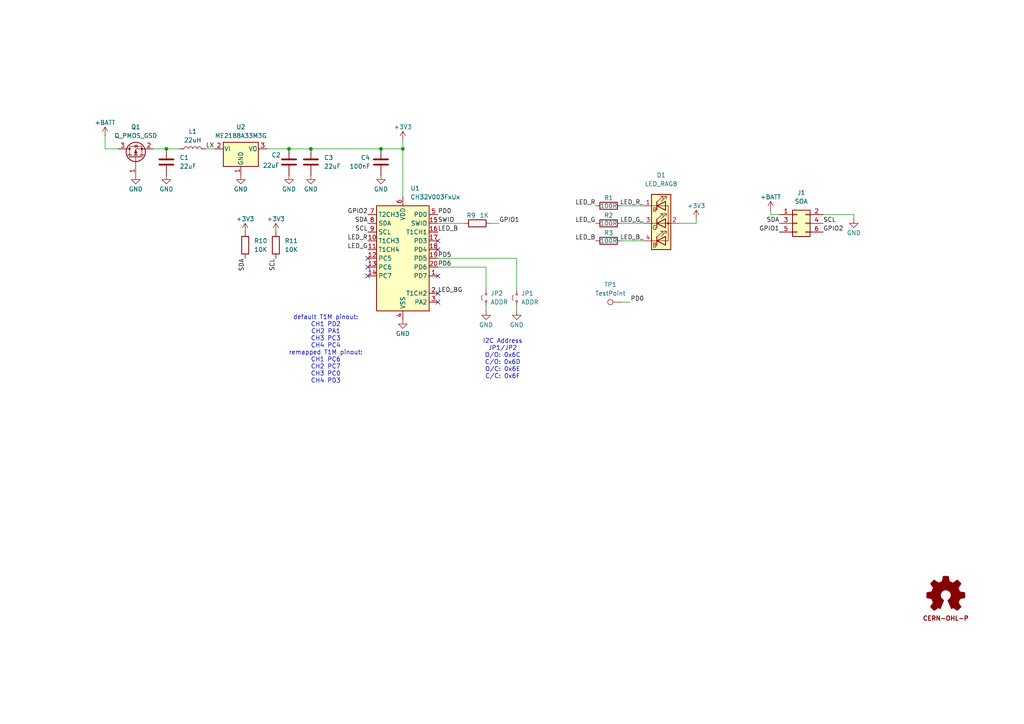
<source format=kicad_sch>
(kicad_sch (version 20231120) (generator "eeschema") (generator_version "8.0")
  (paper "A4")
  (title_block (title "duckBATH") (date "2024-10-14") (rev "0.2") (company "©2024 Adrian Studer"))
  (lib_symbols
    (symbol "Connector:TestPoint" (pin_numbers hide) (pin_names (offset 0.762) hide)
      (property "Reference" "TP" (at 0 6.858 0))
      (property "Value" "TestPoint" (at 0 5.08 0))
      (symbol "TestPoint_0_1"
        (circle (center 0 3.302) (radius 0.762))
      )
      (symbol "TestPoint_1_1"
        (pin passive line (at 0 0 90) (length 2.54) (name "1") (number "1"))
      )
    )
    (symbol "Connector_Generic:Conn_02x03_Odd_Even" (pin_names (offset 1.016) hide)
      (property "Reference" "J" (at 1.27 5.08 0))
      (property "Value" "Conn_02x03_Odd_Even" (at 1.27 -5.08 0))
      (symbol "Conn_02x03_Odd_Even_1_1"
        (rectangle (start -1.27 -2.413) (end 0 -2.667) (stroke (width 0.1524)))
        (rectangle (start -1.27 0.127) (end 0 -0.127) (stroke (width 0.1524)))
        (rectangle (start -1.27 2.667) (end 0 2.413) (stroke (width 0.1524)))
        (rectangle (start -1.27 3.81) (end 3.81 -3.81) (stroke (width 0.254)) (fill (type background)))
        (rectangle (start 3.81 -2.413) (end 2.54 -2.667) (stroke (width 0.1524)))
        (rectangle (start 3.81 0.127) (end 2.54 -0.127) (stroke (width 0.1524)))
        (rectangle (start 3.81 2.667) (end 2.54 2.413) (stroke (width 0.1524)))
        (pin passive line (at -5.08 2.54 0) (length 3.81) (name "Pin_1") (number "1"))
        (pin passive line (at 7.62 2.54 180) (length 3.81) (name "Pin_2") (number "2"))
        (pin passive line (at -5.08 0 0) (length 3.81) (name "Pin_3") (number "3"))
        (pin passive line (at 7.62 0 180) (length 3.81) (name "Pin_4") (number "4"))
        (pin passive line (at -5.08 -2.54 0) (length 3.81) (name "Pin_5") (number "5"))
        (pin passive line (at 7.62 -2.54 180) (length 3.81) (name "Pin_6") (number "6"))
      )
    )
    (symbol "Device:C" (pin_numbers hide) (pin_names (offset 0.254))
      (property "Reference" "C" (at 0.635 2.54 0))
      (property "Value" "C" (at 0.635 -2.54 0))
      (symbol "C_0_1"
        (polyline (pts (xy -2.032 -0.762) (xy 2.032 -0.762)) (stroke (width 0.508)))
        (polyline (pts (xy -2.032 0.762) (xy 2.032 0.762)) (stroke (width 0.508)))
      )
      (symbol "C_1_1"
        (pin passive line (at 0 3.81 270) (length 2.794) (name "~") (number "1"))
        (pin passive line (at 0 -3.81 90) (length 2.794) (name "~") (number "2"))
      )
    )
    (symbol "Device:L" (pin_numbers hide) (pin_names (offset 1.016) hide)
      (property "Reference" "L" (at -1.27 0 90))
      (property "Value" "L" (at 1.905 0 90))
      (symbol "L_0_1"
        (arc (start 0 -2.54) (mid 0.6323 -1.905) (end 0 -1.27))
        (arc (start 0 -1.27) (mid 0.6323 -0.635) (end 0 0))
        (arc (start 0 0) (mid 0.6323 0.635) (end 0 1.27))
        (arc (start 0 1.27) (mid 0.6323 1.905) (end 0 2.54))
      )
      (symbol "L_1_1"
        (pin passive line (at 0 3.81 270) (length 1.27) (name "1") (number "1"))
        (pin passive line (at 0 -3.81 90) (length 1.27) (name "2") (number "2"))
      )
    )
    (symbol "Device:LED_RAGB" (pin_names (offset 0) hide)
      (property "Reference" "D" (at 0 9.398 0))
      (property "Value" "LED_RAGB" (at 0 -8.89 0))
      (symbol "LED_RAGB_0_0"
        (text "B" (at -1.905 -6.35 0) (effects (font (size 1.27 1.27))))
        (text "G" (at -1.905 -1.27 0) (effects (font (size 1.27 1.27))))
        (text "R" (at -1.905 3.81 0) (effects (font (size 1.27 1.27))))
      )
      (symbol "LED_RAGB_0_1"
        (polyline (pts (xy -1.27 -5.08) (xy -2.54 -5.08)))
        (polyline (pts (xy -1.27 -5.08) (xy 1.27 -5.08)))
        (polyline (pts (xy -1.27 -3.81) (xy -1.27 -6.35)) (stroke (width 0.254)))
        (polyline (pts (xy -1.27 0) (xy -2.54 0)))
        (polyline (pts (xy -1.27 1.27) (xy -1.27 -1.27)) (stroke (width 0.254)))
        (polyline (pts (xy -1.27 5.08) (xy -2.54 5.08)))
        (polyline (pts (xy -1.27 5.08) (xy 1.27 5.08)))
        (polyline (pts (xy -1.27 6.35) (xy -1.27 3.81)) (stroke (width 0.254)))
        (polyline (pts (xy 1.27 0) (xy -1.27 0)))
        (polyline (pts (xy 1.27 0) (xy 2.54 0)))
        (polyline (pts (xy -1.27 1.27) (xy -1.27 -1.27) (xy -1.27 -1.27)))
        (polyline (pts (xy -1.27 6.35) (xy -1.27 3.81) (xy -1.27 3.81)))
        (polyline (pts (xy 1.27 -5.08) (xy 2.032 -5.08) (xy 2.032 5.08) (xy 1.27 5.08)))
        (polyline (pts (xy 1.27 -3.81) (xy 1.27 -6.35) (xy -1.27 -5.08) (xy 1.27 -3.81)) (stroke (width 0.254)))
        (polyline (pts (xy 1.27 1.27) (xy 1.27 -1.27) (xy -1.27 0) (xy 1.27 1.27)) (stroke (width 0.254)))
        (polyline (pts (xy 1.27 6.35) (xy 1.27 3.81) (xy -1.27 5.08) (xy 1.27 6.35)) (stroke (width 0.254)))
        (polyline (pts (xy -1.016 -3.81) (xy 0.508 -2.286) (xy -0.254 -2.286) (xy 0.508 -2.286) (xy 0.508 -3.048)))
        (polyline (pts (xy -1.016 1.27) (xy 0.508 2.794) (xy -0.254 2.794) (xy 0.508 2.794) (xy 0.508 2.032)))
        (polyline (pts (xy -1.016 6.35) (xy 0.508 7.874) (xy -0.254 7.874) (xy 0.508 7.874) (xy 0.508 7.112)))
        (polyline (pts (xy 0 -3.81) (xy 1.524 -2.286) (xy 0.762 -2.286) (xy 1.524 -2.286) (xy 1.524 -3.048)))
        (polyline (pts (xy 0 1.27) (xy 1.524 2.794) (xy 0.762 2.794) (xy 1.524 2.794) (xy 1.524 2.032)))
        (polyline (pts (xy 0 6.35) (xy 1.524 7.874) (xy 0.762 7.874) (xy 1.524 7.874) (xy 1.524 7.112)))
        (rectangle (start 1.27 -1.27) (end 1.27 1.27))
        (rectangle (start 1.27 1.27) (end 1.27 1.27))
        (rectangle (start 1.27 3.81) (end 1.27 6.35))
        (rectangle (start 1.27 6.35) (end 1.27 6.35))
        (circle (center 2.032 0) (radius 0.254) (fill (type outline)))
        (rectangle (start 2.794 8.382) (end -2.794 -7.62) (stroke (width 0.254)) (fill (type background)))
      )
      (symbol "LED_RAGB_1_1"
        (pin passive line (at -5.08 5.08 0) (length 2.54) (name "RK") (number "1"))
        (pin passive line (at 5.08 0 180) (length 2.54) (name "A") (number "2"))
        (pin passive line (at -5.08 0 0) (length 2.54) (name "GK") (number "3"))
        (pin passive line (at -5.08 -5.08 0) (length 2.54) (name "BK") (number "4"))
      )
    )
    (symbol "Device:Q_PMOS_GSD" (pin_names (offset 0) hide)
      (property "Reference" "Q" (at 5.08 1.27 0))
      (property "Value" "Q_PMOS_GSD" (at 5.08 -1.27 0))
      (symbol "Q_PMOS_GSD_0_1"
        (polyline (pts (xy 0.254 0) (xy -2.54 0)))
        (polyline (pts (xy 0.254 1.905) (xy 0.254 -1.905)) (stroke (width 0.254)))
        (polyline (pts (xy 0.762 -1.27) (xy 0.762 -2.286)) (stroke (width 0.254)))
        (polyline (pts (xy 0.762 0.508) (xy 0.762 -0.508)) (stroke (width 0.254)))
        (polyline (pts (xy 0.762 2.286) (xy 0.762 1.27)) (stroke (width 0.254)))
        (polyline (pts (xy 2.54 2.54) (xy 2.54 1.778)))
        (polyline (pts (xy 2.54 -2.54) (xy 2.54 0) (xy 0.762 0)))
        (polyline (pts (xy 0.762 1.778) (xy 3.302 1.778) (xy 3.302 -1.778) (xy 0.762 -1.778)))
        (polyline (pts (xy 2.286 0) (xy 1.27 0.381) (xy 1.27 -0.381) (xy 2.286 0)) (fill (type outline)))
        (polyline (pts (xy 2.794 -0.508) (xy 2.921 -0.381) (xy 3.683 -0.381) (xy 3.81 -0.254)))
        (polyline (pts (xy 3.302 -0.381) (xy 2.921 0.254) (xy 3.683 0.254) (xy 3.302 -0.381)))
        (circle (center 1.651 0) (radius 2.794) (stroke (width 0.254)))
        (circle (center 2.54 -1.778) (radius 0.254) (fill (type outline)))
        (circle (center 2.54 1.778) (radius 0.254) (fill (type outline)))
      )
      (symbol "Q_PMOS_GSD_1_1"
        (pin input line (at -5.08 0 0) (length 2.54) (name "G") (number "1"))
        (pin passive line (at 2.54 -5.08 90) (length 2.54) (name "S") (number "2"))
        (pin passive line (at 2.54 5.08 270) (length 2.54) (name "D") (number "3"))
      )
    )
    (symbol "Device:R" (pin_numbers hide) (pin_names (offset 0))
      (property "Reference" "R" (at 2.032 0 90))
      (property "Value" "R" (at 0 0 90))
      (symbol "R_0_1"
        (rectangle (start -1.016 -2.54) (end 1.016 2.54) (stroke (width 0.254)))
      )
      (symbol "R_1_1"
        (pin passive line (at 0 3.81 270) (length 1.27) (name "~") (number "1"))
        (pin passive line (at 0 -3.81 90) (length 1.27) (name "~") (number "2"))
      )
    )
    (symbol "Graphic:Logo_Open_Hardware_Small" (in_bom no) (on_board no)
      (symbol "Logo_Open_Hardware_Small_0_1"
        (polyline (pts (xy 3.3528 -4.3434) (xy 3.302 -4.318) (xy 3.175 -4.2418) (xy 2.9972 -4.1148) (xy 2.7686 -3.9624) (xy 2.54 -3.81) (xy 2.3622 -3.7084) (xy 2.2352 -3.6068) (xy 2.1844 -3.5814) (xy 2.159 -3.6068) (xy 2.0574 -3.6576) (xy 1.905 -3.7338) (xy 1.8034 -3.7846) (xy 1.6764 -3.8354) (xy 1.6002 -3.8354) (xy 1.6002 -3.8354) (xy 1.5494 -3.7338) (xy 1.4732 -3.5306) (xy 1.3462 -3.302) (xy 1.2446 -3.0226) (xy 1.1176 -2.7178) (xy 0.9652 -2.413) (xy 0.8636 -2.1082) (xy 0.7366 -1.8288) (xy 0.6604 -1.6256) (xy 0.6096 -1.4732) (xy 0.5842 -1.397) (xy 0.5842 -1.397) (xy 0.6604 -1.3208) (xy 0.7874 -1.2446) (xy 1.0414 -1.016) (xy 1.2954 -0.6858) (xy 1.4478 -0.3302) (xy 1.524 0.0762) (xy 1.4732 0.4572) (xy 1.3208 0.8128) (xy 1.0668 1.143) (xy 0.762 1.3716) (xy 0.4064 1.524) (xy 0 1.5748) (xy -0.381 1.5494) (xy -0.7366 1.397) (xy -1.0668 1.143) (xy -1.2192 0.9906) (xy -1.397 0.6604) (xy -1.524 0.3048) (xy -1.524 0.2286) (xy -1.4986 -0.1778) (xy -1.397 -0.5334) (xy -1.1938 -0.8636) (xy -0.9144 -1.143) (xy -0.8636 -1.1684) (xy -0.7366 -1.27) (xy -0.635 -1.3462) (xy -0.5842 -1.397) (xy -1.0668 -2.5908) (xy -1.143 -2.794) (xy -1.2954 -3.1242) (xy -1.397 -3.4036) (xy -1.4986 -3.6322) (xy -1.5748 -3.7846) (xy -1.6002 -3.8354) (xy -1.6002 -3.8354) (xy -1.651 -3.8354) (xy -1.7272 -3.81) (xy -1.905 -3.7338) (xy -2.0066 -3.683) (xy -2.1336 -3.6068) (xy -2.2098 -3.5814) (xy -2.2606 -3.6068) (xy -2.3622 -3.683) (xy -2.54 -3.81) (xy -2.7686 -3.9624) (xy -2.9718 -4.0894) (xy -3.1496 -4.2164) (xy -3.302 -4.318) (xy -3.3528 -4.3434) (xy -3.3782 -4.3434) (xy -3.429 -4.318) (xy -3.5306 -4.2164) (xy -3.7084 -4.064) (xy -3.937 -3.8354) (xy -3.9624 -3.81) (xy -4.1656 -3.6068) (xy -4.318 -3.4544) (xy -4.4196 -3.3274) (xy -4.445 -3.2766) (xy -4.445 -3.2766) (xy -4.4196 -3.2258) (xy -4.318 -3.0734) (xy -4.2164 -2.8956) (xy -4.064 -2.667) (xy -3.6576 -2.0828) (xy -3.8862 -1.5494) (xy -3.937 -1.3716) (xy -4.0386 -1.1684) (xy -4.0894 -1.0414) (xy -4.1148 -0.9652) (xy -4.191 -0.9398) (xy -4.318 -0.9144) (xy -4.5466 -0.8636) (xy -4.8006 -0.8128) (xy -5.0546 -0.7874) (xy -5.2578 -0.7366) (xy -5.4356 -0.7112) (xy -5.5118 -0.6858) (xy -5.5118 -0.6858) (xy -5.5372 -0.635) (xy -5.5372 -0.5588) (xy -5.5372 -0.4318) (xy -5.5626 -0.2286) (xy -5.5626 0.0762) (xy -5.5626 0.127) (xy -5.5372 0.4064) (xy -5.5372 0.635) (xy -5.5372 0.762) (xy -5.5372 0.8382) (xy -5.5372 0.8382) (xy -5.461 0.8382) (xy -5.3086 0.889) (xy -5.08 0.9144) (xy -4.826 0.9652) (xy -4.8006 0.9906) (xy -4.5466 1.0414) (xy -4.318 1.0668) (xy -4.1656 1.1176) (xy -4.0894 1.143) (xy -4.0894 1.143) (xy -4.0386 1.2446) (xy -3.9624 1.4224) (xy -3.8608 1.6256) (xy -3.7846 1.8288) (xy -3.7084 2.0066) (xy -3.6576 2.159) (xy -3.6322 2.2098) (xy -3.6322 2.2098) (xy -3.683 2.286) (xy -3.7592 2.413) (xy -3.8862 2.5908) (xy -4.064 2.8194) (xy -4.064 2.8448) (xy -4.2164 3.0734) (xy -4.3434 3.2512) (xy -4.4196 3.3782) (xy -4.445 3.4544) (xy -4.445 3.4544) (xy -4.3942 3.5052) (xy -4.2926 3.6322) (xy -4.1148 3.81) (xy -3.937 4.0132) (xy -3.8608 4.064) (xy -3.6576 4.2926) (xy -3.5052 4.4196) (xy -3.4036 4.4958) (xy -3.3528 4.5212) (xy -3.3528 4.5212) (xy -3.302 4.4704) (xy -3.1496 4.3688) (xy -2.9718 4.2418) (xy -2.7432 4.0894) (xy -2.7178 4.0894) (xy -2.4892 3.937) (xy -2.3114 3.81) (xy -2.1844 3.7084) (xy -2.1336 3.683) (xy -2.1082 3.683) (xy -2.032 3.7084) (xy -1.8542 3.7592) (xy -1.6764 3.8354) (xy -1.4732 3.937) (xy -1.27 4.0132) (xy -1.143 4.064) (xy -1.0668 4.1148) (xy -1.0668 4.1148) (xy -1.0414 4.191) (xy -1.016 4.3434) (xy -0.9652 4.572) (xy -0.9144 4.8514) (xy -0.889 4.9022) (xy -0.8382 5.1562) (xy -0.8128 5.3848) (xy -0.7874 5.5372) (xy -0.762 5.588) (xy -0.7112 5.6134) (xy -0.5842 5.6134) (xy -0.4064 5.6134) (xy -0.1524 5.6134) (xy 0.0762 5.6134) (xy 0.3302 5.6134) (xy 0.5334 5.6134) (xy 0.6858 5.588) (xy 0.7366 5.588) (xy 0.7366 5.588) (xy 0.762 5.5118) (xy 0.8128 5.334) (xy 0.8382 5.1054) (xy 0.9144 4.826) (xy 0.9144 4.7752) (xy 0.9652 4.5212) (xy 1.016 4.2926) (xy 1.0414 4.1402) (xy 1.0668 4.0894) (xy 1.0668 4.0894) (xy 1.1938 4.0386) (xy 1.3716 3.9624) (xy 1.5748 3.8608) (xy 2.0828 3.6576) (xy 2.7178 4.0894) (xy 2.7686 4.1402) (xy 2.9972 4.2926) (xy 3.175 4.4196) (xy 3.302 4.4958) (xy 3.3782 4.5212) (xy 3.3782 4.5212) (xy 3.429 4.4704) (xy 3.556 4.3434) (xy 3.7338 4.191) (xy 3.9116 3.9878) (xy 4.064 3.8354) (xy 4.2418 3.6576) (xy 4.3434 3.556) (xy 4.4196 3.4798) (xy 4.4196 3.429) (xy 4.4196 3.4036) (xy 4.3942 3.3274) (xy 4.2926 3.2004) (xy 4.1656 2.9972) (xy 4.0132 2.794) (xy 3.8862 2.5908) (xy 3.7592 2.3876) (xy 3.6576 2.2352) (xy 3.6322 2.159) (xy 3.6322 2.1336) (xy 3.683 2.0066) (xy 3.7592 1.8288) (xy 3.8608 1.6002) (xy 4.064 1.1176) (xy 4.3942 1.0414) (xy 4.5974 1.016) (xy 4.8768 0.9652) (xy 5.1308 0.9144) (xy 5.5372 0.8382) (xy 5.5626 -0.6604) (xy 5.4864 -0.6858) (xy 5.4356 -0.6858) (xy 5.2832 -0.7366) (xy 5.0546 -0.762) (xy 4.8006 -0.8128) (xy 4.5974 -0.8636) (xy 4.3688 -0.9144) (xy 4.2164 -0.9398) (xy 4.1402 -0.9398) (xy 4.1148 -0.9652) (xy 4.064 -1.0668) (xy 3.9878 -1.2446) (xy 3.9116 -1.4478) (xy 3.81 -1.651) (xy 3.7338 -1.8542) (xy 3.683 -2.0066) (xy 3.6576 -2.0828) (xy 3.683 -2.1336) (xy 3.7846 -2.2606) (xy 3.8862 -2.4638) (xy 4.0386 -2.667) (xy 4.191 -2.8956) (xy 4.318 -3.0734) (xy 4.3942 -3.2004) (xy 4.445 -3.2766) (xy 4.4196 -3.3274) (xy 4.3434 -3.429) (xy 4.1656 -3.5814) (xy 3.937 -3.8354) (xy 3.8862 -3.8608) (xy 3.683 -4.064) (xy 3.5306 -4.2164) (xy 3.4036 -4.318) (xy 3.3528 -4.3434)) (fill (type outline)))
      )
    )
    (symbol "Jumper:Jumper_2_Small_Open" (pin_numbers hide) (pin_names (offset 0) hide) (exclude_from_sim yes)
      (property "Reference" "JP" (at 0 2.794 0))
      (property "Value" "Jumper_2_Small_Open" (at 0 -2.286 0))
      (symbol "Jumper_2_Small_Open_0_0"
        (circle (center -1.016 0) (radius 0.254))
        (circle (center 1.016 0) (radius 0.254))
      )
      (symbol "Jumper_2_Small_Open_0_1"
        (arc (start 0.762 1.0196) (mid 0 1.2729) (end -0.762 1.0196))
      )
      (symbol "Jumper_2_Small_Open_1_1"
        (pin passive line (at -2.54 0 0) (length 1.27) (name "A") (number "1"))
        (pin passive line (at 2.54 0 180) (length 1.27) (name "B") (number "2"))
      )
    )
    (symbol "MCU_WCH_CH32V0:CH32V003FxUx"
      (property "Reference" "U" (at -7.62 17.78 0))
      (property "Value" "CH32V003FxUx" (at 7.62 17.78 0))
      (symbol "CH32V003FxUx_1_1"
        (rectangle (start -7.62 15.24) (end 7.62 -15.24) (stroke (width 0.254)) (fill (type background)))
        (pin bidirectional line (at 10.16 -5.08 180) (length 2.54) (name "PD7") (number "1"))
        (pin bidirectional line (at -10.16 5.08 0) (length 2.54) (name "PC3") (number "10") (alternate "T1CH3" bidirectional line))
        (pin bidirectional line (at -10.16 2.54 0) (length 2.54) (name "PC4") (number "11") (alternate "T1CH4" bidirectional line))
        (pin bidirectional line (at -10.16 0 0) (length 2.54) (name "PC5") (number "12"))
        (pin bidirectional line (at -10.16 -2.54 0) (length 2.54) (name "PC6") (number "13"))
        (pin bidirectional line (at -10.16 -5.08 0) (length 2.54) (name "PC7") (number "14") (alternate "" input line))
        (pin bidirectional line (at 10.16 10.16 180) (length 2.54) (name "PD1") (number "15") (alternate "SWIO" bidirectional line))
        (pin bidirectional line (at 10.16 7.62 180) (length 2.54) (name "PD2") (number "16") (alternate "T1CH1" bidirectional line))
        (pin bidirectional line (at 10.16 5.08 180) (length 2.54) (name "PD3") (number "17"))
        (pin bidirectional line (at 10.16 2.54 180) (length 2.54) (name "PD4") (number "18") (alternate "" input line))
        (pin bidirectional line (at 10.16 0 180) (length 2.54) (name "PD5") (number "19"))
        (pin bidirectional line (at 10.16 -10.16 180) (length 2.54) (name "PA1") (number "2") (alternate "T1CH2" bidirectional line))
        (pin bidirectional line (at 10.16 -2.54 180) (length 2.54) (name "PD6") (number "20"))
        (pin passive line (at 0 -17.78 90) (length 2.54) hide (name "VSS") (number "21"))
        (pin bidirectional line (at 10.16 -12.7 180) (length 2.54) (name "PA2") (number "3") (alternate "" input line))
        (pin power_in line (at 0 -17.78 90) (length 2.54) (name "VSS") (number "4"))
        (pin bidirectional line (at 10.16 12.7 180) (length 2.54) (name "PD0") (number "5") (alternate "" input line))
        (pin power_in line (at 0 17.78 270) (length 2.54) (name "VDD") (number "6"))
        (pin bidirectional line (at -10.16 12.7 0) (length 2.54) (name "PC0") (number "7") (alternate "T2CH3" bidirectional line))
        (pin bidirectional line (at -10.16 10.16 0) (length 2.54) (name "PC1") (number "8") (alternate "SDA" bidirectional line))
        (pin bidirectional line (at -10.16 7.62 0) (length 2.54) (name "PC2") (number "9") (alternate "SCL" bidirectional line))
      )
    )
    (symbol "Regulator_Linear:TPS7A0508PDBZ" (pin_names (offset 0.254))
      (property "Reference" "U2" (at 0 6.35 0))
      (property "Value" "ME2188A33M3G" (at 0 3.81 0))
      (symbol "TPS7A0508PDBZ_0_1"
        (rectangle (start -5.08 -5.08) (end 5.08 1.905) (stroke (width 0.254)) (fill (type background)))
      )
      (symbol "TPS7A0508PDBZ_1_1"
        (pin power_in line (at 0 -7.62 90) (length 2.54) (name "GND") (number "1"))
        (pin power_in line (at -7.62 0 0) (length 2.54) (name "VI") (number "2"))
        (pin power_out line (at 7.62 0 180) (length 2.54) (name "VO") (number "3"))
      )
    )
    (symbol "power:+3V3" (power) (pin_numbers hide) (pin_names (offset 0) hide)
      (property "Value" "+3V3" (at 0 3.556 0))
      (symbol "+3V3_0_1"
        (polyline (pts (xy -0.762 1.27) (xy 0 2.54)))
        (polyline (pts (xy 0 0) (xy 0 2.54)))
        (polyline (pts (xy 0 2.54) (xy 0.762 1.27)))
      )
      (symbol "+3V3_1_1"
        (pin power_in line (at 0 0 90) (length 0) (name "~") (number "1"))
      )
    )
    (symbol "power:+BATT" (power) (pin_numbers hide) (pin_names (offset 0) hide)
      (property "Value" "+BATT" (at 0 3.556 0))
      (symbol "+BATT_0_1"
        (polyline (pts (xy -0.762 1.27) (xy 0 2.54)))
        (polyline (pts (xy 0 0) (xy 0 2.54)))
        (polyline (pts (xy 0 2.54) (xy 0.762 1.27)))
      )
      (symbol "+BATT_1_1"
        (pin power_in line (at 0 0 90) (length 0) (name "~") (number "1"))
      )
    )
    (symbol "power:GND" (power) (pin_numbers hide) (pin_names (offset 0) hide)
      (property "Value" "GND" (at 0 -3.81 0))
      (symbol "GND_0_1"
        (polyline (pts (xy 0 0) (xy 0 -1.27) (xy 1.27 -1.27) (xy 0 -2.54) (xy -1.27 -1.27) (xy 0 -1.27)))
      )
      (symbol "GND_1_1"
        (pin power_in line (at 0 0 270) (length 0) (name "~") (number "1"))
      )
    )
  )
  (junction (at 83.82 43.18))
  (junction (at 116.84 43.18))
  (junction (at 48.26 43.18))
  (junction (at 90.17 43.18))
  (junction (at 110.49 43.18))
  (no_connect (at 106.68 80.01))
  (no_connect (at 127 85.09))
  (no_connect (at 127 69.85))
  (no_connect (at 127 80.01))
  (no_connect (at 127 72.39))
  (no_connect (at 127 87.63))
  (no_connect (at 106.68 77.47))
  (no_connect (at 106.68 74.93))
  (wire (pts (xy 48.26 43.18) (xy 52.07 43.18)))
  (wire (pts (xy 142.24 64.77) (xy 144.78 64.77)))
  (wire (pts (xy 201.93 64.77) (xy 196.85 64.77)))
  (wire (pts (xy 140.97 88.9) (xy 140.97 90.17)))
  (wire (pts (xy 149.86 74.93) (xy 149.86 83.82)))
  (wire (pts (xy 149.86 88.9) (xy 149.86 90.17)))
  (wire (pts (xy 149.86 74.93) (xy 127 74.93)))
  (wire (pts (xy 30.48 39.37) (xy 30.48 43.18)))
  (wire (pts (xy 83.82 43.18) (xy 90.17 43.18)))
  (wire (pts (xy 116.84 40.64) (xy 116.84 43.18)))
  (wire (pts (xy 247.65 62.23) (xy 247.65 63.5)))
  (wire (pts (xy 223.52 62.23) (xy 223.52 60.96)))
  (wire (pts (xy 77.47 43.18) (xy 83.82 43.18)))
  (wire (pts (xy 116.84 57.15) (xy 116.84 43.18)))
  (wire (pts (xy 180.34 59.69) (xy 186.69 59.69)))
  (wire (pts (xy 127 64.77) (xy 134.62 64.77)))
  (wire (pts (xy 238.76 62.23) (xy 247.65 62.23)))
  (wire (pts (xy 59.69 43.18) (xy 62.23 43.18)))
  (wire (pts (xy 180.34 69.85) (xy 186.69 69.85)))
  (wire (pts (xy 140.97 77.47) (xy 140.97 83.82)))
  (wire (pts (xy 44.45 43.18) (xy 48.26 43.18)))
  (wire (pts (xy 90.17 43.18) (xy 110.49 43.18)))
  (wire (pts (xy 180.34 64.77) (xy 186.69 64.77)))
  (wire (pts (xy 201.93 63.5) (xy 201.93 64.77)))
  (wire (pts (xy 30.48 43.18) (xy 34.29 43.18)))
  (wire (pts (xy 140.97 77.47) (xy 127 77.47)))
  (wire (pts (xy 180.34 87.63) (xy 182.88 87.63)))
  (wire (pts (xy 116.84 43.18) (xy 110.49 43.18)))
  (wire (pts (xy 226.06 62.23) (xy 223.52 62.23)))
  (text "I2C Address\nJP1/JP2\nO/O: 0x6C\nC/O: 0x6D\nO/C: 0x6E\nC/C: 0x6F\n" (at 145.796 104.14 0) (effects (font (size 1.27 1.27))))
  (text "default T1M pinout:\nCH1 PD2\nCH2 PA1\nCH3 PC3\nCH4 PC4\nremapped T1M pinout:\nCH1 PC6\nCH2 PC7\nCH3 PC0\nCH4 PD3" (at 94.488 101.346 0) (effects (font (size 1.27 1.27))))
  (text "CERN-OHL-P" (at 274.32 179.578 0) (effects (font (size 1.27 1.27) (thickness 0.254) (bold yes))))
  (label "LED_B" (at 127 67.31 0))
  (label "LED_BG" (at 127 85.09 0))
  (label "LED_R" (at 172.72 59.69 180))
  (label "PD5" (at 127 74.93 0))
  (label "SCL" (at 80.01 74.93 270))
  (label "LED_G_" (at 186.69 64.77 180))
  (label "LED_G" (at 106.68 72.39 180))
  (label "GPIO1" (at 226.06 67.31 180))
  (label "PD0" (at 182.88 87.63 0))
  (label "LED_B_" (at 186.69 69.85 180))
  (label "LED_R_" (at 186.69 59.69 180))
  (label "SDA" (at 226.06 64.77 180))
  (label "SWIO" (at 127 64.77 0))
  (label "LED_G" (at 172.72 64.77 180))
  (label "LED_R" (at 106.68 69.85 180))
  (label "PD0" (at 127 62.23 0))
  (label "GPIO2" (at 238.76 67.31 0))
  (label "LX" (at 59.69 43.18 0))
  (label "GPIO1" (at 144.78 64.77 0))
  (label "SDA" (at 106.68 64.77 180))
  (label "SDA" (at 71.12 74.93 270))
  (label "LED_B" (at 172.72 69.85 180))
  (label "SCL" (at 238.76 64.77 0))
  (label "PD6" (at 127 77.47 0))
  (label "GPIO2" (at 106.68 62.23 180))
  (label "SCL" (at 106.68 67.31 180))
  (symbol (lib_id "power:GND") (at 83.82 50.8 0) (unit 1)
    (property "Reference" "#PWR06" (effects (hide yes)))
    (property "Value" "GND" (at 83.82 54.864 0))
    (property "Description" "Power symbol creates a global label with name \"GND\" , ground" (effects (hide yes)))
  )
  (symbol (lib_id "power:+3V3") (at 71.12 67.31 0) (unit 1)
    (property "Reference" "#PWR011" (effects (hide yes)))
    (property "Value" "+3V3" (at 71.12 63.5 0))
    (property "Description" "Power symbol creates a global label with name \"+3V3\"" (effects (hide yes)))
  )
  (symbol (lib_id "power:+3V3") (at 80.01 67.31 0) (unit 1)
    (property "Reference" "#PWR012" (effects (hide yes)))
    (property "Value" "+3V3" (at 80.01 63.5 0))
    (property "Description" "Power symbol creates a global label with name \"+3V3\"" (effects (hide yes)))
  )
  (symbol (lib_id "power:+3V3") (at 116.84 40.64 0) (unit 1)
    (property "Reference" "#PWR09" (effects (hide yes)))
    (property "Value" "+3V3" (at 116.84 36.83 0))
    (property "Description" "Power symbol creates a global label with name \"+3V3\"" (effects (hide yes)))
  )
  (symbol (lib_id "Device:R") (at 176.53 69.85 90) (unit 1)
    (property "Reference" "R3" (at 176.53 67.564 90))
    (property "Value" "100R" (at 176.53 69.85 90))
    (property "Footprint" "Resistor_SMD:R_0603_1608Metric" (effects (hide yes)))
    (property "Description" "Resistor" (effects (hide yes)))
    (property "LCSC" "C22775" (effects (hide yes)))
  )
  (symbol (lib_id "Device:R") (at 176.53 59.69 90) (unit 1)
    (property "Reference" "R1" (at 176.53 57.404 90))
    (property "Value" "100R" (at 176.53 59.69 90))
    (property "Footprint" "Resistor_SMD:R_0603_1608Metric" (effects (hide yes)))
    (property "Description" "Resistor" (effects (hide yes)))
    (property "LCSC" "C22775" (effects (hide yes)))
  )
  (symbol (lib_id "power:+BATT") (at 30.48 39.37 0) (unit 1)
    (property "Reference" "#PWR02" (effects (hide yes)))
    (property "Value" "+BATT" (at 30.48 35.56 0))
    (property "Description" "Power symbol creates a global label with name \"+BATT\"" (effects (hide yes)))
  )
  (symbol (lib_id "Device:R") (at 80.01 71.12 0) (unit 1)
    (property "Reference" "R11" (at 82.55 69.8499 0) (effects (justify left)))
    (property "Value" "10K" (at 82.55 72.3899 0) (effects (justify left)))
    (property "Footprint" "Resistor_SMD:R_0603_1608Metric" (effects (hide yes)))
    (property "Description" "Resistor" (effects (hide yes)))
    (property "LCSC" "C25804" (effects (hide yes)))
  )
  (symbol (lib_id "power:GND") (at 39.37 50.8 0) (unit 1)
    (property "Reference" "#PWR010" (effects (hide yes)))
    (property "Value" "GND" (at 39.37 54.864 0))
    (property "Description" "Power symbol creates a global label with name \"GND\" , ground" (effects (hide yes)))
  )
  (symbol (lib_id "Device:C") (at 110.49 46.99 0) (unit 1)
    (property "Reference" "C4" (at 104.648 45.72 0) (effects (justify left)))
    (property "Value" "100nF" (at 101.346 48.26 0) (effects (justify left)))
    (property "Footprint" "Capacitor_SMD:C_0603_1608Metric" (effects (hide yes)))
    (property "Description" "Unpolarized capacitor" (effects (hide yes)))
    (property "LCSC" "C14663" (effects (hide yes)))
  )
  (symbol (lib_id "Connector:TestPoint") (at 180.34 87.63 90) (unit 1)
    (property "Reference" "TP1" (at 177.038 82.55 90))
    (property "Value" "TestPoint" (at 177.038 85.09 90))
    (property "Footprint" "TestPoint:TestPoint_Pad_D1.0mm" (effects (hide yes)))
    (property "Description" "test point" (effects (hide yes)))
  )
  (symbol (lib_id "power:GND") (at 110.49 50.8 0) (unit 1)
    (property "Reference" "#PWR08" (effects (hide yes)))
    (property "Value" "GND" (at 110.49 54.864 0))
    (property "Description" "Power symbol creates a global label with name \"GND\" , ground" (effects (hide yes)))
  )
  (symbol (lib_id "power:GND") (at 90.17 50.8 0) (unit 1)
    (property "Reference" "#PWR016" (effects (hide yes)))
    (property "Value" "GND" (at 90.17 54.864 0))
    (property "Description" "Power symbol creates a global label with name \"GND\" , ground" (effects (hide yes)))
  )
  (symbol (lib_id "power:+BATT") (at 223.52 60.96 0) (unit 1)
    (property "Reference" "#PWR01" (effects (hide yes)))
    (property "Value" "+BATT" (at 223.52 57.15 0))
    (property "Description" "Power symbol creates a global label with name \"+BATT\"" (effects (hide yes)))
  )
  (symbol (lib_id "Device:L") (at 55.88 43.18 90) (unit 1)
    (property "Reference" "L1" (at 55.88 38.1 90))
    (property "Value" "22uH" (at 55.88 40.64 90))
    (property "Footprint" "Inductor_SMD:L_Changjiang_FNR3012S" (effects (hide yes)))
    (property "Description" "Inductor" (effects (hide yes)))
    (property "LCSC" "C167732" (effects (hide yes)))
  )
  (symbol (lib_id "MCU_WCH_CH32V0:CH32V003FxUx") (at 116.84 74.93 0) (unit 1)
    (property "Reference" "U1" (at 119.0341 54.61 0) (effects (justify left)))
    (property "Value" "CH32V003FxUx" (at 119.0341 57.15 0) (effects (justify left)))
    (property "Footprint" "Package_DFN_QFN:QFN-20-1EP_3x3mm_P0.4mm_EP1.65x1.65mm" (effects (hide yes)))
    (property "Datasheet" "https://www.wch-ic.com/products/CH32V003.html" (effects (hide yes)))
    (property "Description" "CH32V003 series are industrial-grade general-purpose microcontrollers designed based on 32-bit RISC-V instruction set and architecture. It adopts QingKe V2A core, RV32EC instruction set, and supports 2 levels of interrupt nesting. The series are mounted with rich peripheral interfaces and function modules. Its internal organizational structure meets the low-cost and low-power embedded application scenarios." (effects (hide yes)))
    (property "LCSC" "C5299908" (effects (hide yes)))
    (pin "5" (alternate "PD0"))
    (pin "16" (alternate "T1CH1"))
    (pin "7" (alternate "T2CH3"))
    (pin "18" (alternate "PD4"))
    (pin "8" (alternate "SDA"))
    (pin "2" (alternate "T1CH2"))
    (pin "10" (alternate "T1CH3"))
    (pin "9" (alternate "SCL"))
    (pin "11" (alternate "T1CH4"))
    (pin "14" (alternate "PC7"))
    (pin "15" (alternate "SWIO"))
    (pin "3" (alternate "PA2"))
  )
  (symbol (lib_id "Device:R") (at 138.43 64.77 90) (unit 1)
    (property "Reference" "R9" (at 136.652 62.484 90))
    (property "Value" "1K" (at 140.462 62.484 90))
    (property "Footprint" "Resistor_SMD:R_0603_1608Metric" (effects (hide yes)))
    (property "Description" "Resistor" (effects (hide yes)))
    (property "LCSC" "C21190" (effects (hide yes)))
  )
  (symbol (lib_id "Jumper:Jumper_2_Small_Open") (at 149.86 86.36 90) (unit 1) (exclude_from_sim yes)
    (property "Reference" "JP1" (at 151.13 85.0899 90) (effects (justify right)))
    (property "Value" "ADDR" (at 151.13 87.6299 90) (effects (justify right)))
    (property "Footprint" "Jumper:SolderJumper-2_P1.3mm_Open_RoundedPad1.0x1.5mm" (effects (hide yes)))
    (property "Description" "Jumper, 2-pole, small symbol, open" (effects (hide yes)))
  )
  (symbol (lib_id "Regulator_Linear:TPS7A0508PDBZ") (at 69.85 43.18 0) (unit 1)
    (property "Reference" "U2" (at 69.85 36.83 0))
    (property "Value" "ME2188A33M3G" (at 69.85 39.37 0))
    (property "Footprint" "Package_TO_SOT_SMD:SOT-23" (effects (hide yes)))
    (property "Datasheet" "https://www.ti.com/lit/ds/symlink/tps7a05.pdf" (effects (hide yes)))
    (property "Description" "200-mA Ultra-Low-Iq LDO, 0.8V, SOT-23-3" (effects (hide yes)))
    (property "LCSC" "C111932" (effects (hide yes)))
  )
  (symbol (lib_id "power:GND") (at 149.86 90.17 0) (unit 1)
    (property "Reference" "#PWR015" (effects (hide yes)))
    (property "Value" "GND" (at 149.86 94.234 0))
    (property "Description" "Power symbol creates a global label with name \"GND\" , ground" (effects (hide yes)))
  )
  (symbol (lib_id "power:+3V3") (at 201.93 63.5 0) (unit 1)
    (property "Reference" "#PWR013" (effects (hide yes)))
    (property "Value" "+3V3" (at 201.93 59.69 0))
    (property "Description" "Power symbol creates a global label with name \"+3V3\"" (effects (hide yes)))
  )
  (symbol (lib_id "Graphic:Logo_Open_Hardware_Small") (at 274.32 172.72 0) (unit 1) (in_bom no) (on_board no)
    (property "Reference" "#SYM2" (effects (hide yes)))
    (property "Value" "Logo_Open_Hardware_Small" (effects (hide yes)))
    (property "Description" "Open Hardware logo, small" (effects (hide yes)))
    (property "Sim.Enable" "0" (effects (hide yes)))
  )
  (symbol (lib_id "Device:LED_RAGB") (at 191.77 64.77 0) (unit 1)
    (property "Reference" "D1" (at 191.77 50.8 0))
    (property "Value" "LED_RAGB" (at 191.77 53.34 0))
    (property "Footprint" "footprints:LED_D5.0mm-4_RGB_single-side" (effects (hide yes)))
    (property "Description" "RGB LED, red/anode/green/blue" (effects (hide yes)))
  )
  (symbol (lib_id "power:GND") (at 116.84 92.71 0) (unit 1)
    (property "Reference" "#PWR04" (effects (hide yes)))
    (property "Value" "GND" (at 116.84 96.774 0))
    (property "Description" "Power symbol creates a global label with name \"GND\" , ground" (effects (hide yes)))
  )
  (symbol (lib_id "power:GND") (at 140.97 90.17 0) (unit 1)
    (property "Reference" "#PWR014" (effects (hide yes)))
    (property "Value" "GND" (at 140.97 94.234 0))
    (property "Description" "Power symbol creates a global label with name \"GND\" , ground" (effects (hide yes)))
  )
  (symbol (lib_id "Device:C") (at 48.26 46.99 0) (unit 1)
    (property "Reference" "C1" (at 52.07 45.7199 0) (effects (justify left)))
    (property "Value" "22uF" (at 52.07 48.2599 0) (effects (justify left)))
    (property "Footprint" "Capacitor_SMD:C_0805_2012Metric" (effects (hide yes)))
    (property "Description" "Unpolarized capacitor" (effects (hide yes)))
    (property "LCSC" "C45783" (effects (hide yes)))
  )
  (symbol (lib_id "Device:C") (at 83.82 46.99 0) (unit 1)
    (property "Reference" "C2" (at 78.74 44.958 0) (effects (justify left)))
    (property "Value" "22uF" (at 76.2 48.006 0) (effects (justify left)))
    (property "Footprint" "Capacitor_SMD:C_0805_2012Metric" (effects (hide yes)))
    (property "Description" "Unpolarized capacitor" (effects (hide yes)))
    (property "LCSC" "C45783" (effects (hide yes)))
  )
  (symbol (lib_id "Jumper:Jumper_2_Small_Open") (at 140.97 86.36 90) (unit 1) (exclude_from_sim yes)
    (property "Reference" "JP2" (at 142.24 85.0899 90) (effects (justify right)))
    (property "Value" "ADDR" (at 142.24 87.6299 90) (effects (justify right)))
    (property "Footprint" "Jumper:SolderJumper-2_P1.3mm_Open_RoundedPad1.0x1.5mm" (effects (hide yes)))
    (property "Description" "Jumper, 2-pole, small symbol, open" (effects (hide yes)))
  )
  (symbol (lib_id "Device:Q_PMOS_GSD") (at 39.37 45.72 90) (unit 1)
    (property "Reference" "Q1" (at 39.37 36.83 90))
    (property "Value" "Q_PMOS_GSD" (at 39.37 39.37 90))
    (property "Footprint" "Package_TO_SOT_SMD:SOT-23" (effects (hide yes)))
    (property "Description" "P-MOSFET transistor, gate/source/drain" (effects (hide yes)))
    (property "LCSC" "C10487" (effects (hide yes)))
  )
  (symbol (lib_id "power:GND") (at 48.26 50.8 0) (unit 1)
    (property "Reference" "#PWR07" (effects (hide yes)))
    (property "Value" "GND" (at 48.26 54.864 0))
    (property "Description" "Power symbol creates a global label with name \"GND\" , ground" (effects (hide yes)))
  )
  (symbol (lib_id "power:GND") (at 247.65 63.5 0) (unit 1)
    (property "Reference" "#PWR03" (effects (hide yes)))
    (property "Value" "GND" (at 247.65 67.564 0))
    (property "Description" "Power symbol creates a global label with name \"GND\" , ground" (effects (hide yes)))
  )
  (symbol (lib_id "Device:C") (at 90.17 46.99 0) (unit 1)
    (property "Reference" "C3" (at 93.98 45.7199 0) (effects (justify left)))
    (property "Value" "22uF" (at 93.98 48.2599 0) (effects (justify left)))
    (property "Footprint" "Capacitor_SMD:C_0805_2012Metric" (effects (hide yes)))
    (property "Description" "Unpolarized capacitor" (effects (hide yes)))
    (property "LCSC" "C45783" (effects (hide yes)))
  )
  (symbol (lib_id "power:GND") (at 69.85 50.8 0) (unit 1)
    (property "Reference" "#PWR05" (effects (hide yes)))
    (property "Value" "GND" (at 69.85 54.864 0))
    (property "Description" "Power symbol creates a global label with name \"GND\" , ground" (effects (hide yes)))
  )
  (symbol (lib_id "Device:R") (at 176.53 64.77 90) (unit 1)
    (property "Reference" "R2" (at 176.53 62.484 90))
    (property "Value" "100R" (at 176.53 64.77 90))
    (property "Footprint" "Resistor_SMD:R_0603_1608Metric" (effects (hide yes)))
    (property "Description" "Resistor" (effects (hide yes)))
    (property "LCSC" "C22775" (effects (hide yes)))
  )
  (symbol (lib_id "Connector_Generic:Conn_02x03_Odd_Even") (at 231.14 64.77 0) (unit 1)
    (property "Reference" "J1" (at 232.41 55.88 0))
    (property "Value" "SOA" (at 232.41 58.42 0))
    (property "Footprint" "Connector_PinHeader_2.54mm:PinHeader_2x03_P2.54mm_Vertical_SMD" (effects (hide yes)))
    (property "Description" "Generic connector, double row, 02x03, odd/even pin numbering scheme (row 1 odd numbers, row 2 even numbers), script generated (kicad-library-utils/schlib/autogen/connector/)" (effects (hide yes)))
    (property "LCSC" "C5160777" (effects (hide yes)))
  )
  (symbol (lib_id "Device:R") (at 71.12 71.12 0) (unit 1)
    (property "Reference" "R10" (at 73.66 69.8499 0) (effects (justify left)))
    (property "Value" "10K" (at 73.66 72.3899 0) (effects (justify left)))
    (property "Footprint" "Resistor_SMD:R_0603_1608Metric" (effects (hide yes)))
    (property "Description" "Resistor" (effects (hide yes)))
    (property "LCSC" "C25804" (effects (hide yes)))
  )
)
</source>
